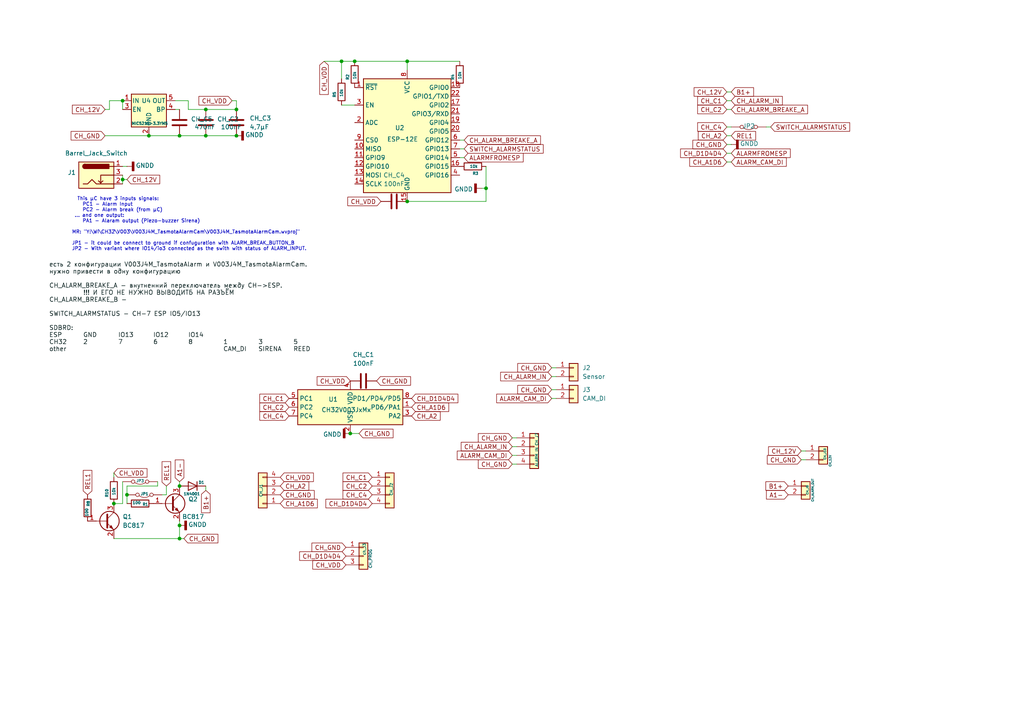
<source format=kicad_sch>
(kicad_sch (version 20250114) (generator "eeschema") (generator_version "9.0")
  (paper "A4")
  (lib_symbols
    (symbol "Connector:Barrel_Jack_Switch" (pin_names (hide yes))
      (property "Reference" "J" (at 0 5.334 0))
      (property "Value" "Barrel_Jack_Switch" (at 0 -5.08 0))
      (symbol "Barrel_Jack_Switch_0_1"
        (rectangle (start -5.08 3.81) (end 5.08 -3.81) (stroke (width 0.254)) (fill (type background)))
        (polyline (pts (xy -3.81 -2.54) (xy -2.54 -2.54) (xy -1.27 -1.27) (xy 0 -2.54) (xy 2.54 -2.54) (xy 5.08 -2.54)) (stroke (width 0.254)))
        (arc (start -3.302 1.905) (mid -3.9343 2.54) (end -3.302 3.175) (stroke (width 0.254)))
        (arc (start -3.302 1.905) (mid -3.9343 2.54) (end -3.302 3.175) (stroke (width 0.254)) (fill (type outline)))
        (polyline (pts (xy 1.27 -2.286) (xy 1.905 -1.651)) (stroke (width 0.254)))
        (rectangle (start 3.683 3.175) (end -3.302 1.905) (stroke (width 0.254)) (fill (type outline)))
        (polyline (pts (xy 5.08 2.54) (xy 3.81 2.54)) (stroke (width 0.254)))
        (polyline (pts (xy 5.08 0) (xy 1.27 0) (xy 1.27 -2.286) (xy 0.635 -1.651)) (stroke (width 0.254)))
      )
      (symbol "Barrel_Jack_Switch_1_1"
        (pin passive line (at 7.62 2.54 180) (length 2.54) (name "~") (number "1"))
        (pin passive line (at 7.62 0 180) (length 2.54) (name "~") (number "3"))
        (pin passive line (at 7.62 -2.54 180) (length 2.54) (name "~") (number "2"))
      )
    )
    (symbol "Connector_Generic:Conn_01x02" (pin_names (offset 1.016) (hide yes))
      (property "Reference" "J" (at 0 2.54 0))
      (property "Value" "Conn_01x02" (at 0 -5.08 0))
      (symbol "Conn_01x02_1_1"
        (rectangle (start -1.27 1.27) (end 1.27 -3.81) (stroke (width 0.254)) (fill (type background)))
        (rectangle (start -1.27 0.127) (end 0 -0.127) (stroke (width 0.1524)))
        (rectangle (start -1.27 -2.413) (end 0 -2.667) (stroke (width 0.1524)))
        (pin passive line (at -5.08 0 0) (length 3.81) (name "Pin_1") (number "1"))
        (pin passive line (at -5.08 -2.54 0) (length 3.81) (name "Pin_2") (number "2"))
      )
    )
    (symbol "Connector_Generic:Conn_01x03" (pin_names (offset 1.016) (hide yes))
      (property "Reference" "J" (at 0 5.08 0))
      (property "Value" "Conn_01x03" (at 0 -5.08 0))
      (symbol "Conn_01x03_1_1"
        (rectangle (start -1.27 3.81) (end 1.27 -3.81) (stroke (width 0.254)) (fill (type background)))
        (rectangle (start -1.27 2.667) (end 0 2.413) (stroke (width 0.1524)))
        (rectangle (start -1.27 0.127) (end 0 -0.127) (stroke (width 0.1524)))
        (rectangle (start -1.27 -2.413) (end 0 -2.667) (stroke (width 0.1524)))
        (pin passive line (at -5.08 2.54 0) (length 3.81) (name "Pin_1") (number "1"))
        (pin passive line (at -5.08 0 0) (length 3.81) (name "Pin_2") (number "2"))
        (pin passive line (at -5.08 -2.54 0) (length 3.81) (name "Pin_3") (number "3"))
      )
    )
    (symbol "Connector_Generic:Conn_01x04" (pin_names (offset 1.016) (hide yes))
      (property "Reference" "J" (at 0 5.08 0))
      (property "Value" "Conn_01x04" (at 0 -7.62 0))
      (symbol "Conn_01x04_1_1"
        (rectangle (start -1.27 3.81) (end 1.27 -6.35) (stroke (width 0.254)) (fill (type background)))
        (rectangle (start -1.27 2.667) (end 0 2.413) (stroke (width 0.1524)))
        (rectangle (start -1.27 0.127) (end 0 -0.127) (stroke (width 0.1524)))
        (rectangle (start -1.27 -2.413) (end 0 -2.667) (stroke (width 0.1524)))
        (rectangle (start -1.27 -4.953) (end 0 -5.207) (stroke (width 0.1524)))
        (pin passive line (at -5.08 2.54 0) (length 3.81) (name "Pin_1") (number "1"))
        (pin passive line (at -5.08 0 0) (length 3.81) (name "Pin_2") (number "2"))
        (pin passive line (at -5.08 -2.54 0) (length 3.81) (name "Pin_3") (number "3"))
        (pin passive line (at -5.08 -5.08 0) (length 3.81) (name "Pin_4") (number "4"))
      )
    )
    (symbol "Device:C" (pin_numbers (hide yes)) (pin_names (offset 0.254))
      (property "Reference" "C" (at 0.635 2.54 0))
      (property "Value" "C" (at 0.635 -2.54 0))
      (symbol "C_0_1"
        (polyline (pts (xy -2.032 0.762) (xy 2.032 0.762)) (stroke (width 0.508)))
        (polyline (pts (xy -2.032 -0.762) (xy 2.032 -0.762)) (stroke (width 0.508)))
      )
      (symbol "C_1_1"
        (pin passive line (at 0 3.81 270) (length 2.794) (name "~") (number "1"))
        (pin passive line (at 0 -3.81 90) (length 2.794) (name "~") (number "2"))
      )
    )
    (symbol "Device:R" (pin_numbers (hide yes)) (pin_names (offset 0))
      (property "Reference" "R" (at 2.032 0 90))
      (property "Value" "R" (at 0 0 90))
      (symbol "R_0_1"
        (rectangle (start -1.016 -2.54) (end 1.016 2.54) (stroke (width 0.254)))
      )
      (symbol "R_1_1"
        (pin passive line (at 0 3.81 270) (length 1.27) (name "~") (number "1"))
        (pin passive line (at 0 -3.81 90) (length 1.27) (name "~") (number "2"))
      )
    )
    (symbol "Diode:1N4001" (pin_numbers (hide yes)) (pin_names (hide yes))
      (property "Reference" "D" (at 0 2.54 0))
      (property "Value" "1N4001" (at 0 -2.54 0))
      (symbol "1N4001_0_1"
        (polyline (pts (xy -1.27 1.27) (xy -1.27 -1.27)) (stroke (width 0.254)))
        (polyline (pts (xy 1.27 1.27) (xy 1.27 -1.27) (xy -1.27 0) (xy 1.27 1.27)) (stroke (width 0.254)))
        (polyline (pts (xy 1.27 0) (xy -1.27 0)))
      )
      (symbol "1N4001_1_1"
        (pin passive line (at -3.81 0 0) (length 2.54) (name "K") (number "1"))
        (pin passive line (at 3.81 0 180) (length 2.54) (name "A") (number "2"))
      )
    )
    (symbol "Jumper:Jumper_2_Bridged" (pin_numbers (hide yes)) (pin_names (offset 0) (hide yes))
      (property "Reference" "JP" (at 0 1.905 0))
      (property "Value" "Jumper_2_Bridged" (at 0 -2.54 0))
      (symbol "Jumper_2_Bridged_0_0"
        (circle (center -2.032 0) (radius 0.508))
        (circle (center 2.032 0) (radius 0.508))
      )
      (symbol "Jumper_2_Bridged_0_1"
        (arc (start -1.524 0.254) (mid 0 0.762) (end 1.524 0.254))
      )
      (symbol "Jumper_2_Bridged_1_1"
        (pin passive line (at -5.08 0 0) (length 2.54) (name "A") (number "1"))
        (pin passive line (at 5.08 0 180) (length 2.54) (name "B") (number "2"))
      )
    )
    (symbol "MCU_WCH_CH32V0:CH32V003JxMx"
      (property "Reference" "U" (at -15.24 7.62 0))
      (property "Value" "CH32V003JxMx" (at 15.24 7.62 0))
      (symbol "CH32V003JxMx_1_1"
        (rectangle (start -15.24 5.08) (end 15.24 -5.08) (stroke (width 0.254)) (fill (type background)))
        (pin bidirectional line (at -17.78 2.54 0) (length 2.54) (name "PC1") (number "5"))
        (pin bidirectional line (at -17.78 0 0) (length 2.54) (name "PC2") (number "6"))
        (pin bidirectional line (at -17.78 -2.54 0) (length 2.54) (name "PC4") (number "7"))
        (pin power_in line (at 0 7.62 270) (length 2.54) (name "VDD") (number "4"))
        (pin power_in line (at 0 -7.62 90) (length 2.54) (name "VSS") (number "2"))
        (pin bidirectional line (at 17.78 2.54 180) (length 2.54) (name "PD1/PD4/PD5") (number "8"))
        (pin bidirectional line (at 17.78 0 180) (length 2.54) (name "PD6/PA1") (number "1"))
        (pin bidirectional line (at 17.78 -2.54 180) (length 2.54) (name "PA2") (number "3"))
      )
    )
    (symbol "RF_Module:ESP-12E"
      (property "Reference" "U" (at -12.7 19.05 0))
      (property "Value" "ESP-12E" (at 12.7 19.05 0))
      (symbol "ESP-12E_0_1"
        (rectangle (start -12.7 17.78) (end 12.7 -15.24) (stroke (width 0.254)) (fill (type background)))
      )
      (symbol "ESP-12E_1_1"
        (pin input line (at -15.24 15.24 0) (length 2.54) (name "~{RST}") (number "1"))
        (pin input line (at -15.24 10.16 0) (length 2.54) (name "EN") (number "3"))
        (pin input line (at -15.24 5.08 0) (length 2.54) (name "ADC") (number "2"))
        (pin input line (at -15.24 0 0) (length 2.54) (name "CS0") (number "9"))
        (pin bidirectional line (at -15.24 -2.54 0) (length 2.54) (name "MISO") (number "10"))
        (pin bidirectional line (at -15.24 -5.08 0) (length 2.54) (name "GPIO9") (number "11"))
        (pin bidirectional line (at -15.24 -7.62 0) (length 2.54) (name "GPIO10") (number "12"))
        (pin bidirectional line (at -15.24 -10.16 0) (length 2.54) (name "MOSI") (number "13"))
        (pin bidirectional line (at -15.24 -12.7 0) (length 2.54) (name "SCLK") (number "14"))
        (pin power_in line (at 0 20.32 270) (length 2.54) (name "VCC") (number "8"))
        (pin power_in line (at 0 -17.78 90) (length 2.54) (name "GND") (number "15"))
        (pin bidirectional line (at 15.24 15.24 180) (length 2.54) (name "GPIO0") (number "18"))
        (pin bidirectional line (at 15.24 12.7 180) (length 2.54) (name "GPIO1/TXD") (number "22"))
        (pin bidirectional line (at 15.24 10.16 180) (length 2.54) (name "GPIO2") (number "17"))
        (pin bidirectional line (at 15.24 7.62 180) (length 2.54) (name "GPIO3/RXD") (number "21"))
        (pin bidirectional line (at 15.24 5.08 180) (length 2.54) (name "GPIO4") (number "19"))
        (pin bidirectional line (at 15.24 2.54 180) (length 2.54) (name "GPIO5") (number "20"))
        (pin bidirectional line (at 15.24 0 180) (length 2.54) (name "GPIO12") (number "6"))
        (pin bidirectional line (at 15.24 -2.54 180) (length 2.54) (name "GPIO13") (number "7"))
        (pin bidirectional line (at 15.24 -5.08 180) (length 2.54) (name "GPIO14") (number "5"))
        (pin bidirectional line (at 15.24 -7.62 180) (length 2.54) (name "GPIO15") (number "16"))
        (pin bidirectional line (at 15.24 -10.16 180) (length 2.54) (name "GPIO16") (number "4"))
      )
    )
    (symbol "Regulator_Linear:MIC5219-3.3YM5" (pin_names (offset 0.254))
      (property "Reference" "U" (at -3.81 5.715 0))
      (property "Value" "MIC5219-3.3YM5" (at 0 5.715 0))
      (symbol "MIC5219-3.3YM5_0_1"
        (rectangle (start -5.08 4.445) (end 5.08 -5.08) (stroke (width 0.254)) (fill (type background)))
      )
      (symbol "MIC5219-3.3YM5_1_1"
        (pin power_in line (at -7.62 2.54 0) (length 2.54) (name "IN") (number "1"))
        (pin input line (at -7.62 0 0) (length 2.54) (name "EN") (number "3"))
        (pin power_in line (at 0 -7.62 90) (length 2.54) (name "GND") (number "2"))
        (pin power_out line (at 7.62 2.54 180) (length 2.54) (name "OUT") (number "5"))
        (pin input line (at 7.62 0 180) (length 2.54) (name "BP") (number "4"))
      )
    )
    (symbol "Transistor_BJT:BC846" (pin_names (offset 0) (hide yes))
      (property "Reference" "Q" (at 5.08 1.905 0))
      (property "Value" "BC846" (at 5.08 0 0))
      (symbol "BC846_0_1"
        (polyline (pts (xy -2.54 0) (xy 0.635 0)))
        (polyline (pts (xy 0.635 1.905) (xy 0.635 -1.905)) (stroke (width 0.508)))
        (circle (center 1.27 0) (radius 2.8194) (stroke (width 0.254)))
      )
      (symbol "BC846_1_1"
        (polyline (pts (xy 0.635 0.635) (xy 2.54 2.54)))
        (polyline (pts (xy 0.635 -0.635) (xy 2.54 -2.54)))
        (polyline (pts (xy 1.27 -1.778) (xy 1.778 -1.27) (xy 2.286 -2.286) (xy 1.27 -1.778)) (fill (type outline)))
        (pin input line (at -5.08 0 0) (length 2.54) (name "B") (number "1"))
        (pin passive line (at 2.54 5.08 270) (length 2.54) (name "C") (number "3"))
        (pin passive line (at 2.54 -5.08 90) (length 2.54) (name "E") (number "2"))
      )
    )
    (symbol "power:GNDD" (power) (pin_numbers (hide yes)) (pin_names (offset 0) (hide yes))
      (property "Value" "GNDD" (at 0 -3.175 0))
      (symbol "GNDD_0_1"
        (rectangle (start -1.27 -1.524) (end 1.27 -2.032) (stroke (width 0.254)) (fill (type outline)))
        (polyline (pts (xy 0 0) (xy 0 -1.524)))
      )
      (symbol "GNDD_1_1"
        (pin power_in line (at 0 0 270) (length 0) (name "~") (number "1"))
      )
    )
  )
  (text "  This µC have 3 inputs signals:\n    PC1 - Alarm Input\n    PC2 - Alarm break (from µC)\n ... and one output: \n    PA1 - Alaram output (Piezo-buzzer Sirena)\n\nMR: \"Y:\\WI\\CH32\\V003\\V003J4M_TasmotaAlarmCam\\V003J4M_TasmotaAlarmCam.wvproj\"\n\nJP1 - it could be connect to ground if confuguration with ALARM_BREAK_BUTTON_B\nJP2 - With variant where IO14/io3 connected as the swith with status of ALARM_INPUT.\n" (at 20.828 65.024 0) (effects (font (size 1 1)) (justify left)))
  (text "есть 2 конфигурации V003J4M_TasmotaAlarm и V003J4M_TasmotaAlarmCam.\nнужно привести в одну конфигурацию\n\nCH_ALARM_BREAKE_A - внутненний переключатель между CH->ESP. \n		!!! И ЕГО НЕ НУЖНО ВЫВОДИТБ НА РАЗЪЁМ\nCH_ALARM_BREAKE_B - \n\nSWITCH_ALARMSTATUS - CH-7 ESP IO5/IO13\n\nSDBRD:\nESP		GND		IO13	IO12	IO14\nCH32	2		7		6		8		1		3		5\nother									CAM_DI	SIRENA	REED\n" (at 14.224 89.154 0) (effects (font (size 1.27 1.27)) (justify left)))
  (junction (at 52.07 140.97))
  (junction (at 52.07 152.4))
  (junction (at 43.18 39.37))
  (junction (at 33.02 146.05))
  (junction (at 68.58 31.75))
  (junction (at 102.87 17.78))
  (junction (at 118.11 17.78))
  (junction (at 52.07 39.37))
  (junction (at 52.07 156.21))
  (junction (at 36.83 143.51))
  (junction (at 140.97 54.61))
  (junction (at 59.69 39.37))
  (junction (at 68.58 39.37))
  (junction (at 99.06 17.78))
  (junction (at 118.11 58.42))
  (junction (at 35.56 52.07))
  (junction (at 35.56 29.21))
  (junction (at 59.69 31.75))
  (junction (at 101.6 125.73))
  (wire (pts (xy 148.59 134.62) (xy 149.86 134.62)))
  (wire (pts (xy 160.02 113.03) (xy 161.29 113.03)))
  (wire (pts (xy 36.83 143.51) (xy 36.83 146.05)))
  (wire (pts (xy 54.61 31.75) (xy 59.69 31.75)))
  (wire (pts (xy 232.41 130.81) (xy 233.68 130.81)))
  (wire (pts (xy 140.97 48.26) (xy 140.97 54.61)))
  (wire (pts (xy 210.82 26.67) (xy 212.09 26.67)))
  (wire (pts (xy 35.56 50.8) (xy 35.56 52.07)))
  (wire (pts (xy 99.06 17.78) (xy 99.06 22.86)))
  (wire (pts (xy 139.7 54.61) (xy 140.97 54.61)))
  (wire (pts (xy 59.69 142.24) (xy 59.69 140.97)))
  (wire (pts (xy 118.11 17.78) (xy 133.35 17.78)))
  (wire (pts (xy 148.59 127) (xy 149.86 127)))
  (wire (pts (xy 160.02 115.57) (xy 161.29 115.57)))
  (wire (pts (xy 160.02 106.68) (xy 161.29 106.68)))
  (wire (pts (xy 30.48 31.75) (xy 31.75 31.75)))
  (wire (pts (xy 52.07 139.7) (xy 52.07 140.97)))
  (wire (pts (xy 118.11 17.78) (xy 118.11 20.32)))
  (wire (pts (xy 52.07 156.21) (xy 53.34 156.21)))
  (wire (pts (xy 104.14 125.73) (xy 101.6 125.73)))
  (wire (pts (xy 46.99 143.51) (xy 48.26 143.51)))
  (wire (pts (xy 33.02 137.16) (xy 33.02 138.43)))
  (wire (pts (xy 35.56 146.05) (xy 33.02 146.05)))
  (wire (pts (xy 50.8 31.75) (xy 52.07 31.75)))
  (wire (pts (xy 232.41 133.35) (xy 233.68 133.35)))
  (wire (pts (xy 35.56 48.26) (xy 36.83 48.26)))
  (wire (pts (xy 31.75 31.75) (xy 31.75 29.21)))
  (wire (pts (xy 48.26 143.51) (xy 48.26 140.97)))
  (wire (pts (xy 210.82 46.99) (xy 212.09 46.99)))
  (wire (pts (xy 52.07 152.4) (xy 52.07 151.13)))
  (wire (pts (xy 210.82 41.91) (xy 212.09 41.91)))
  (wire (pts (xy 67.31 29.21) (xy 68.58 29.21)))
  (wire (pts (xy 140.97 54.61) (xy 140.97 58.42)))
  (wire (pts (xy 210.82 29.21) (xy 212.09 29.21)))
  (wire (pts (xy 52.07 39.37) (xy 59.69 39.37)))
  (wire (pts (xy 54.61 29.21) (xy 54.61 31.75)))
  (wire (pts (xy 43.18 39.37) (xy 52.07 39.37)))
  (wire (pts (xy 30.48 39.37) (xy 43.18 39.37)))
  (wire (pts (xy 160.02 109.22) (xy 161.29 109.22)))
  (wire (pts (xy 45.72 140.97) (xy 36.83 140.97)))
  (wire (pts (xy 148.59 129.54) (xy 149.86 129.54)))
  (wire (pts (xy 35.56 52.07) (xy 35.56 53.34)))
  (wire (pts (xy 102.87 17.78) (xy 118.11 17.78)))
  (wire (pts (xy 133.35 43.18) (xy 134.62 43.18)))
  (wire (pts (xy 93.98 17.78) (xy 99.06 17.78)))
  (wire (pts (xy 36.83 140.97) (xy 36.83 143.51)))
  (wire (pts (xy 31.75 29.21) (xy 35.56 29.21)))
  (wire (pts (xy 35.56 29.21) (xy 35.56 31.75)))
  (wire (pts (xy 35.56 52.07) (xy 36.83 52.07)))
  (wire (pts (xy 52.07 156.21) (xy 52.07 152.4)))
  (wire (pts (xy 99.06 17.78) (xy 102.87 17.78)))
  (wire (pts (xy 210.82 36.83) (xy 212.09 36.83)))
  (wire (pts (xy 133.35 40.64) (xy 134.62 40.64)))
  (wire (pts (xy 59.69 39.37) (xy 68.58 39.37)))
  (wire (pts (xy 59.69 31.75) (xy 68.58 31.75)))
  (wire (pts (xy 45.72 139.7) (xy 45.72 140.97)))
  (wire (pts (xy 133.35 45.72) (xy 134.62 45.72)))
  (wire (pts (xy 210.82 44.45) (xy 212.09 44.45)))
  (wire (pts (xy 68.58 29.21) (xy 68.58 31.75)))
  (wire (pts (xy 140.97 58.42) (xy 118.11 58.42)))
  (wire (pts (xy 99.06 30.48) (xy 102.87 30.48)))
  (wire (pts (xy 222.25 36.83) (xy 223.52 36.83)))
  (wire (pts (xy 33.02 156.21) (xy 52.07 156.21)))
  (wire (pts (xy 210.82 39.37) (xy 212.09 39.37)))
  (wire (pts (xy 35.56 139.7) (xy 35.56 146.05)))
  (wire (pts (xy 210.82 31.75) (xy 212.09 31.75)))
  (wire (pts (xy 148.59 132.08) (xy 149.86 132.08)))
  (wire (pts (xy 50.8 29.21) (xy 54.61 29.21)))
  (global_label "CH_C4" (shape input) (at 83.82 120.65 180) (property "Intersheetrefs" "${INTERSHEET_REFS}" (effects (hide yes))))
  (global_label "CH_GND" (shape input) (at 160.02 113.03 180) (property "Intersheetrefs" "${INTERSHEET_REFS}" (effects (hide yes))))
  (global_label "CH_ALARM_BREAKE_A" (shape input) (at 134.62 40.64 0) (property "Intersheetrefs" "${INTERSHEET_REFS}" (effects (hide yes))))
  (global_label "ALARM_CAM_DI" (shape input) (at 212.09 46.99 0) (property "Intersheetrefs" "${INTERSHEET_REFS}" (effects (hide yes))))
  (global_label "CH_VDD" (shape input) (at 93.98 17.78 270) (property "Intersheetrefs" "${INTERSHEET_REFS}" (effects (hide yes))))
  (global_label "REL1" (shape input) (at 25.4 143.51 90) (property "Intersheetrefs" "${INTERSHEET_REFS}" (effects (hide yes))))
  (global_label "CH_A2" (shape input) (at 119.38 120.65 0) (property "Intersheetrefs" "${INTERSHEET_REFS}" (effects (hide yes))))
  (global_label "CH_GND" (shape input) (at 100.33 158.75 180) (property "Intersheetrefs" "${INTERSHEET_REFS}" (effects (hide yes))))
  (global_label "CH_VDD" (shape input) (at 110.49 58.42 180) (property "Intersheetrefs" "${INTERSHEET_REFS}" (effects (hide yes))))
  (global_label "A1-" (shape input) (at 228.6 143.51 180) (property "Intersheetrefs" "${INTERSHEET_REFS}" (effects (hide yes))))
  (global_label "CH_C1" (shape input) (at 210.82 29.21 180) (property "Intersheetrefs" "${INTERSHEET_REFS}" (effects (hide yes))))
  (global_label "CH_C4" (shape input) (at 107.95 143.51 180) (property "Intersheetrefs" "${INTERSHEET_REFS}" (effects (hide yes))))
  (global_label "CH_ALARM_IN" (shape input) (at 212.09 29.21 0) (property "Intersheetrefs" "${INTERSHEET_REFS}" (effects (hide yes))))
  (global_label "CH_C1" (shape input) (at 107.95 138.43 180) (property "Intersheetrefs" "${INTERSHEET_REFS}" (effects (hide yes))))
  (global_label "CH_GND" (shape input) (at 148.59 127 180) (property "Intersheetrefs" "${INTERSHEET_REFS}" (effects (hide yes))))
  (global_label "CH_C2" (shape input) (at 83.82 118.11 180) (property "Intersheetrefs" "${INTERSHEET_REFS}" (effects (hide yes))))
  (global_label "CH_12V" (shape input) (at 36.83 52.07 0) (property "Intersheetrefs" "${INTERSHEET_REFS}" (effects (hide yes))))
  (global_label "CH_ALARM_IN" (shape input) (at 160.02 109.22 180) (property "Intersheetrefs" "${INTERSHEET_REFS}" (effects (hide yes))))
  (global_label "CH_GND" (shape input) (at 160.02 106.68 180) (property "Intersheetrefs" "${INTERSHEET_REFS}" (effects (hide yes))))
  (global_label "CH_A1D6" (shape input) (at 81.28 146.05 0) (property "Intersheetrefs" "${INTERSHEET_REFS}" (effects (hide yes))))
  (global_label "CH_A1D6" (shape input) (at 210.82 46.99 180) (property "Intersheetrefs" "${INTERSHEET_REFS}" (effects (hide yes))))
  (global_label "CH_C2" (shape input) (at 107.95 140.97 180) (property "Intersheetrefs" "${INTERSHEET_REFS}" (effects (hide yes))))
  (global_label "CH_GND" (shape input) (at 53.34 156.21 0) (property "Intersheetrefs" "${INTERSHEET_REFS}" (effects (hide yes))))
  (global_label "SWITCH_ALARMSTATUS" (shape input) (at 134.62 43.18 0) (property "Intersheetrefs" "${INTERSHEET_REFS}" (effects (hide yes))))
  (global_label "ALARM_CAM_DI" (shape input) (at 160.02 115.57 180) (property "Intersheetrefs" "${INTERSHEET_REFS}" (effects (hide yes))))
  (global_label "CH_C2" (shape input) (at 210.82 31.75 180) (property "Intersheetrefs" "${INTERSHEET_REFS}" (effects (hide yes))))
  (global_label "CH_D1D4D4" (shape input) (at 100.33 161.29 180) (property "Intersheetrefs" "${INTERSHEET_REFS}" (effects (hide yes))))
  (global_label "CH_GND" (shape input) (at 210.82 41.91 180) (property "Intersheetrefs" "${INTERSHEET_REFS}" (effects (hide yes))))
  (global_label "CH_ALARM_BREAKE_A" (shape input) (at 212.09 31.75 0) (property "Intersheetrefs" "${INTERSHEET_REFS}" (effects (hide yes))))
  (global_label "B1+" (shape input) (at 228.6 140.97 180) (property "Intersheetrefs" "${INTERSHEET_REFS}" (effects (hide yes))))
  (global_label "CH_D1D4D4" (shape input) (at 119.38 115.57 0) (property "Intersheetrefs" "${INTERSHEET_REFS}" (effects (hide yes))))
  (global_label "CH_GND" (shape input) (at 30.48 39.37 180) (property "Intersheetrefs" "${INTERSHEET_REFS}" (effects (hide yes))))
  (global_label "CH_VDD" (shape input) (at 100.33 163.83 180) (property "Intersheetrefs" "${INTERSHEET_REFS}" (effects (hide yes))))
  (global_label "B1+" (shape input) (at 212.09 26.67 0) (property "Intersheetrefs" "${INTERSHEET_REFS}" (effects (hide yes))))
  (global_label "CH_GND" (shape input) (at 109.22 110.49 0) (property "Intersheetrefs" "${INTERSHEET_REFS}" (effects (hide yes))))
  (global_label "CH_A2" (shape input) (at 210.82 39.37 180) (property "Intersheetrefs" "${INTERSHEET_REFS}" (effects (hide yes))))
  (global_label "CH_C1" (shape input) (at 83.82 115.57 180) (property "Intersheetrefs" "${INTERSHEET_REFS}" (effects (hide yes))))
  (global_label "A1-" (shape input) (at 52.07 139.7 90) (property "Intersheetrefs" "${INTERSHEET_REFS}" (effects (hide yes))))
  (global_label "CH_A1D6" (shape input) (at 119.38 118.11 0) (property "Intersheetrefs" "${INTERSHEET_REFS}" (effects (hide yes))))
  (global_label "CH_VDD" (shape input) (at 33.02 137.16 0) (property "Intersheetrefs" "${INTERSHEET_REFS}" (effects (hide yes))))
  (global_label "CH_D1D4D4" (shape input) (at 210.82 44.45 180) (property "Intersheetrefs" "${INTERSHEET_REFS}" (effects (hide yes))))
  (global_label "CH_12V" (shape input) (at 30.48 31.75 180) (property "Intersheetrefs" "${INTERSHEET_REFS}" (effects (hide yes))))
  (global_label "CH_GND" (shape input) (at 232.41 133.35 180) (property "Intersheetrefs" "${INTERSHEET_REFS}" (effects (hide yes))))
  (global_label "CH_VDD" (shape input) (at 67.31 29.21 180) (property "Intersheetrefs" "${INTERSHEET_REFS}" (effects (hide yes))))
  (global_label "CH_A2" (shape input) (at 81.28 140.97 0) (property "Intersheetrefs" "${INTERSHEET_REFS}" (effects (hide yes))))
  (global_label "REL1" (shape input) (at 212.09 39.37 0) (property "Intersheetrefs" "${INTERSHEET_REFS}" (effects (hide yes))))
  (global_label "CH_12V" (shape input) (at 210.82 26.67 180) (property "Intersheetrefs" "${INTERSHEET_REFS}" (effects (hide yes))))
  (global_label "SWITCH_ALARMSTATUS" (shape input) (at 223.52 36.83 0) (property "Intersheetrefs" "${INTERSHEET_REFS}" (effects (hide yes))))
  (global_label "ALARMFROMESP" (shape input) (at 212.09 44.45 0) (property "Intersheetrefs" "${INTERSHEET_REFS}" (effects (hide yes))))
  (global_label "CH_GND" (shape input) (at 104.14 125.73 0) (property "Intersheetrefs" "${INTERSHEET_REFS}" (effects (hide yes))))
  (global_label "CH_VDD" (shape input) (at 81.28 138.43 0) (property "Intersheetrefs" "${INTERSHEET_REFS}" (effects (hide yes))))
  (global_label "REL1" (shape input) (at 48.26 140.97 90) (property "Intersheetrefs" "${INTERSHEET_REFS}" (effects (hide yes))))
  (global_label "CH_GND" (shape input) (at 148.59 134.62 180) (property "Intersheetrefs" "${INTERSHEET_REFS}" (effects (hide yes))))
  (global_label "ALARM_CAM_DI" (shape input) (at 148.59 132.08 180) (property "Intersheetrefs" "${INTERSHEET_REFS}" (effects (hide yes))))
  (global_label "B1+" (shape input) (at 59.69 142.24 270) (property "Intersheetrefs" "${INTERSHEET_REFS}" (effects (hide yes))))
  (global_label "CH_GND" (shape input) (at 81.28 143.51 0) (property "Intersheetrefs" "${INTERSHEET_REFS}" (effects (hide yes))))
  (global_label "CH_C4" (shape input) (at 210.82 36.83 180) (property "Intersheetrefs" "${INTERSHEET_REFS}" (effects (hide yes))))
  (global_label "CH_VDD" (shape input) (at 101.6 110.49 180) (property "Intersheetrefs" "${INTERSHEET_REFS}" (effects (hide yes))))
  (global_label "CH_ALARM_IN" (shape input) (at 148.59 129.54 180) (property "Intersheetrefs" "${INTERSHEET_REFS}" (effects (hide yes))))
  (global_label "ALARMFROMESP" (shape input) (at 134.62 45.72 0) (property "Intersheetrefs" "${INTERSHEET_REFS}" (effects (hide yes))))
  (global_label "CH_D1D4D4" (shape input) (at 107.95 146.05 180) (property "Intersheetrefs" "${INTERSHEET_REFS}" (effects (hide yes))))
  (global_label "CH_12V" (shape input) (at 232.41 130.81 180) (property "Intersheetrefs" "${INTERSHEET_REFS}" (effects (hide yes))))
  (symbol (lib_id "Device:R") (at 25.4 147.32 180) (unit 1)
    (property "Reference" "R8" (at 25.654 146.05 90) (effects (font (size 0.8 0.8))))
    (property "Value" "100" (at 25.146 148.59 90) (effects (font (size 0.8 0.8))))
    (property "Footprint" "Resistor_SMD:R_0805_2012Metric_Pad1.20x1.40mm_HandSolder" (effects (hide yes)))
  )
  (symbol (lib_id "Device:C") (at 114.3 58.42 90) (unit 1)
    (property "Reference" "CH_C4" (at 114.3 50.8 90))
    (property "Value" "100nF" (at 114.3 53.34 90))
    (property "Footprint" "Capacitor_SMD:C_0805_2012Metric" (effects (hide yes)))
    (property "Description" "Unpolarized capacitor" (effects (hide yes)))
  )
  (symbol (lib_id "power:GNDD") (at 212.09 41.91 90) (unit 1)
    (property "Reference" "#PWR02" (effects (hide yes)))
    (property "Value" "GNDD" (at 214.63 41.656 90) (effects (justify right)))
    (property "Description" "Power symbol creates a global label with name \"GNDD\" , digital ground" (effects (hide yes)))
  )
  (symbol (lib_id "Connector:Barrel_Jack_Switch") (at 27.94 50.8 0) (unit 1)
    (property "Reference" "J1" (at 20.828 50.038 0))
    (property "Value" "Barrel_Jack_Switch" (at 27.94 44.45 0))
    (property "Footprint" "Connector_BarrelJack:BarrelJack_Horizontal" (effects (hide yes)))
    (property "Description" "DC Barrel Jack with an internal switch" (effects (hide yes)))
  )
  (symbol (lib_id "Device:C") (at 105.41 110.49 90) (unit 1)
    (property "Reference" "CH_C1" (at 105.41 102.87 90))
    (property "Value" "100nF" (at 105.41 105.41 90))
    (property "Footprint" "Capacitor_SMD:C_0805_2012Metric" (effects (hide yes)))
    (property "Description" "Unpolarized capacitor" (effects (hide yes)))
  )
  (symbol (lib_id "Connector_Generic:Conn_01x02") (at 233.68 140.97 0) (unit 1)
    (property "Reference" "CH_J8" (at 234.188 143.51 90) (effects (font (size 0.6 0.6)) (justify left)))
    (property "Value" "CH_ALARM_OUT" (at 235.712 145.542 90) (effects (font (size 0.6 0.6)) (justify left)))
    (property "Footprint" "Connector_JST:JST_EH_B2B-EH-A_1x02_P2.50mm_Vertical" (effects (hide yes)))
  )
  (symbol (lib_id "Device:R") (at 137.16 48.26 270) (unit 1)
    (property "Reference" "R3" (at 137.922 50.292 90) (effects (font (size 0.8 0.8))))
    (property "Value" "10k" (at 137.414 48.26 90) (effects (font (size 0.8 0.8))))
    (property "Footprint" "Resistor_SMD:R_0805_2012Metric_Pad1.20x1.40mm_HandSolder" (effects (hide yes)))
    (property "Description" "Resistor" (effects (hide yes)))
  )
  (symbol (lib_id "Device:C") (at 68.58 35.56 180) (unit 1)
    (property "Reference" "CH_C3" (at 72.39 34.2899 0) (effects (justify right)))
    (property "Value" "4,7µF" (at 72.39 36.8299 0) (effects (justify right)))
    (property "Footprint" "Capacitor_SMD:C_1206_3216Metric_Pad1.33x1.80mm_HandSolder" (effects (hide yes)))
    (property "Description" "Unpolarized capacitor" (effects (hide yes)))
  )
  (symbol (lib_id "MCU_WCH_CH32V0:CH32V003JxMx") (at 101.6 118.11 0) (unit 1)
    (property "Reference" "U1" (at 95.25 115.824 0) (effects (justify left)))
    (property "Value" "CH32V003JxMx" (at 93.218 118.872 0) (effects (justify left)))
    (property "Footprint" "Package_SO:JEITA_SOIC-8_3.9x4.9mm_P1.27mm" (effects (hide yes)))
    (property "Datasheet" "https://www.wch-ic.com/products/CH32V003.html" (effects (hide yes)))
    (property "Description" "CH32V003 series are industrial-grade general-purpose microcontrollers designed based on 32-bit RISC-V instruction set and architecture. It adopts QingKe V2A core, RV32EC instruction set, and supports 2 levels of interrupt nesting. The series are mounted with rich peripheral interfaces and function modules. Its internal organizational structure meets the low-cost and low-power embedded application scenarios. JEITA SOIC-8 (SOP-8)" (effects (hide yes)))
  )
  (symbol (lib_id "Connector_Generic:Conn_01x02") (at 166.37 106.68 0) (unit 1)
    (property "Reference" "J2" (at 168.91 106.6799 0) (effects (justify left)))
    (property "Value" "Sensor" (at 168.91 109.2199 0) (effects (justify left)))
    (property "Footprint" "Connector_PinHeader_2.54mm:PinHeader_1x02_P2.54mm_Horizontal" (effects (hide yes)))
  )
  (symbol (lib_id "Connector_Generic:Conn_01x02") (at 166.37 113.03 0) (unit 1)
    (property "Reference" "J3" (at 168.91 113.0299 0) (effects (justify left)))
    (property "Value" "CAM_DI" (at 168.91 115.5699 0) (effects (justify left)))
    (property "Footprint" "Connector_PinHeader_2.54mm:PinHeader_1x02_P2.54mm_Horizontal" (effects (hide yes)))
  )
  (symbol (lib_id "Diode:1N4001") (at 55.88 140.97 180) (unit 1)
    (property "Reference" "D1" (at 58.42 139.954 0) (effects (font (size 0.8 0.8))))
    (property "Value" "1N4001" (at 55.626 143.256 0) (effects (font (size 0.8 0.8))))
    (property "Footprint" "Diode_THT:D_DO-41_SOD81_P2.54mm_Vertical_KathodeUp" (effects (hide yes)))
    (property "Datasheet" "http://www.vishay.com/docs/88503/1n4001.pdf" (effects (hide yes)))
    (property "Description" "50V 1A General Purpose Rectifier Diode, DO-41" (effects (hide yes)))
    (property "Sim.Device" "D" (effects (hide yes)))
    (property "Sim.Pins" "1=K 2=A" (effects (hide yes)))
  )
  (symbol (lib_id "Device:C") (at 52.07 35.56 180) (unit 1)
    (property "Reference" "CH_C5" (at 55.372 34.544 0) (effects (justify right)))
    (property "Value" "470nF" (at 56.388 36.83 0) (effects (justify right)))
    (property "Footprint" "Capacitor_SMD:C_0805_2012Metric" (effects (hide yes)))
    (property "Description" "Unpolarized capacitor" (effects (hide yes)))
  )
  (symbol (lib_id "Device:R") (at 133.35 21.59 180) (unit 1)
    (property "Reference" "R4" (at 131.318 22.352 90) (effects (font (size 0.8 0.8))))
    (property "Value" "10k" (at 133.35 21.844 90) (effects (font (size 0.8 0.8))))
    (property "Footprint" "Resistor_SMD:R_0805_2012Metric_Pad1.20x1.40mm_HandSolder" (effects (hide yes)))
    (property "Description" "Resistor" (effects (hide yes)))
  )
  (symbol (lib_id "Transistor_BJT:BC846") (at 49.53 146.05 0) (unit 1)
    (property "Reference" "Q2" (at 54.61 144.7799 0) (effects (justify left)))
    (property "Value" "BC817" (at 52.832 149.86 0) (effects (justify left)))
    (property "Footprint" "Package_TO_SOT_SMD:SOT-23" (effects (hide yes)))
    (property "Datasheet" "https://assets.nexperia.com/documents/data-sheet/BC846_SER.pdf" (effects (hide yes)))
    (property "Description" "0.1A Ic, 65V Vce, NPN Transistor, SOT-23" (effects (hide yes)))
  )
  (symbol (lib_id "power:GNDD") (at 139.7 54.61 270) (unit 1)
    (property "Reference" "#PWR05" (effects (hide yes)))
    (property "Value" "GNDD" (at 137.16 54.864 90) (effects (justify right)))
    (property "Description" "Power symbol creates a global label with name \"GNDD\" , digital ground" (effects (hide yes)))
  )
  (symbol (lib_id "Device:R") (at 40.64 146.05 270) (unit 1)
    (property "Reference" "R1" (at 42.164 146.304 90) (effects (font (size 0.8 0.8))))
    (property "Value" "100" (at 39.624 145.796 90) (effects (font (size 0.8 0.8))))
    (property "Footprint" "Resistor_SMD:R_0805_2012Metric_Pad1.20x1.40mm_HandSolder" (effects (hide yes)))
  )
  (symbol (lib_id "Connector_Generic:Conn_01x02") (at 238.76 130.81 0) (unit 1)
    (property "Reference" "CH_J10" (at 239.268 133.35 90) (effects (font (size 0.6 0.6)) (justify left)))
    (property "Value" "CH_12V" (at 240.792 135.382 90) (effects (font (size 0.6 0.6)) (justify left)))
    (property "Footprint" "Connector_JST:JST_EH_B2B-EH-A_1x02_P2.50mm_Vertical" (effects (hide yes)))
  )
  (symbol (lib_id "Regulator_Linear:MIC5219-3.3YM5") (at 43.18 31.75 0) (unit 1)
    (property "Reference" "U4" (at 42.418 29.21 0))
    (property "Value" "MIC5219-3.3YM5" (at 43.434 35.814 0) (effects (font (size 0.8 0.8))))
    (property "Footprint" "Package_TO_SOT_SMD:SOT-23-5" (effects (hide yes)))
    (property "Datasheet" "http://ww1.microchip.com/downloads/en/DeviceDoc/MIC5219-500mA-Peak-Output-LDO-Regulator-DS20006021A.pdf" (effects (hide yes)))
    (property "Description" "500mA low dropout linear regulator, fixed 3.3V output, SOT-23-5" (effects (hide yes)))
  )
  (symbol (lib_id "Device:R") (at 99.06 26.67 180) (unit 1)
    (property "Reference" "R5" (at 97.028 27.432 90) (effects (font (size 0.8 0.8))))
    (property "Value" "10k" (at 99.06 26.924 90) (effects (font (size 0.8 0.8))))
    (property "Footprint" "Resistor_SMD:R_0805_2012Metric_Pad1.20x1.40mm_HandSolder" (effects (hide yes)))
    (property "Description" "Resistor" (effects (hide yes)))
  )
  (symbol (lib_id "Connector_Generic:Conn_01x04") (at 76.2 143.51 180) (unit 1)
    (property "Reference" "CH_J1" (at 75.692 142.24 90) (effects (font (size 0.8 0.8))))
    (property "Value" "Conn_01x04" (effects (hide yes)))
    (property "Footprint" "Connector_PinHeader_2.54mm:PinHeader_1x04_P2.54mm_Vertical" (effects (hide yes)))
    (property "Description" "Generic connector, single row, 01x04, script generated (kicad-library-utils/schlib/autogen/connector/)" (effects (hide yes)))
  )
  (symbol (lib_id "Device:C") (at 59.69 35.56 180) (unit 1)
    (property "Reference" "CH_C2" (at 62.992 34.544 0) (effects (justify right)))
    (property "Value" "100nF" (at 64.008 36.83 0) (effects (justify right)))
    (property "Footprint" "Capacitor_SMD:C_0805_2012Metric" (effects (hide yes)))
    (property "Description" "Unpolarized capacitor" (effects (hide yes)))
  )
  (symbol (lib_id "Device:R") (at 33.02 142.24 180) (unit 1)
    (property "Reference" "R10" (at 30.988 143.002 90) (effects (font (size 0.8 0.8))))
    (property "Value" "10k" (at 33.02 142.494 90) (effects (font (size 0.8 0.8))))
    (property "Footprint" "Resistor_SMD:R_0805_2012Metric_Pad1.20x1.40mm_HandSolder" (effects (hide yes)))
    (property "Description" "Resistor" (effects (hide yes)))
  )
  (symbol (lib_id "power:GNDD") (at 68.58 39.37 90) (unit 1)
    (property "Reference" "#PWR01" (effects (hide yes)))
    (property "Value" "GNDD" (at 71.12 39.116 90) (effects (justify right)))
    (property "Description" "Power symbol creates a global label with name \"GNDD\" , digital ground" (effects (hide yes)))
  )
  (symbol (lib_id "power:GNDD") (at 101.6 125.73 270) (unit 1)
    (property "Reference" "#PWR04" (effects (hide yes)))
    (property "Value" "GNDD" (at 99.06 125.984 90) (effects (justify right)))
    (property "Description" "Power symbol creates a global label with name \"GNDD\" , digital ground" (effects (hide yes)))
  )
  (symbol (lib_id "power:GNDD") (at 36.83 48.26 90) (unit 1)
    (property "Reference" "#PWR06" (effects (hide yes)))
    (property "Value" "GNDD" (at 39.37 48.006 90) (effects (justify right)))
    (property "Description" "Power symbol creates a global label with name \"GNDD\" , digital ground" (effects (hide yes)))
  )
  (symbol (lib_id "power:GNDD") (at 52.07 152.4 90) (unit 1)
    (property "Reference" "#PWR03" (effects (hide yes)))
    (property "Value" "GNDD" (at 54.61 152.146 90) (effects (justify right)))
    (property "Description" "Power symbol creates a global label with name \"GNDD\" , digital ground" (effects (hide yes)))
  )
  (symbol (lib_id "Jumper:Jumper_2_Bridged") (at 217.17 36.83 180) (unit 1)
    (property "Reference" "JP2" (at 217.17 36.576 0))
    (property "Value" "Jumper_2_Bridged" (effects (hide yes)))
    (property "Footprint" "Jumper:SolderJumper-2_P1.3mm_Open_RoundedPad1.0x1.5mm" (effects (hide yes)))
  )
  (symbol (lib_id "Connector_Generic:Conn_01x04") (at 113.03 140.97 0) (unit 1)
    (property "Reference" "CH_J2" (at 113.538 143.764 90) (effects (font (size 0.8 0.8)) (justify left)))
    (property "Footprint" "Connector_PinHeader_2.54mm:PinHeader_1x04_P2.54mm_Vertical" (effects (hide yes)))
    (property "Description" "Generic connector, single row, 01x04, script generated (kicad-library-utils/schlib/autogen/connector/)" (effects (hide yes)))
  )
  (symbol (lib_id "Jumper:Jumper_2_Bridged") (at 40.64 139.7 180) (unit 1)
    (property "Reference" "JP3" (at 40.64 139.446 0) (effects (font (size 0.8 0.8))))
    (property "Value" "Jumper_2_Bridged" (effects (hide yes)))
    (property "Footprint" "Jumper:SolderJumper-2_P1.3mm_Open_RoundedPad1.0x1.5mm" (effects (hide yes)))
  )
  (symbol (lib_id "Transistor_BJT:BC846") (at 30.48 151.13 0) (unit 1)
    (property "Reference" "Q1" (at 35.56 149.8599 0) (effects (justify left)))
    (property "Value" "BC817" (at 35.56 152.3999 0) (effects (justify left)))
    (property "Footprint" "Package_TO_SOT_SMD:SOT-23" (effects (hide yes)))
    (property "Datasheet" "https://assets.nexperia.com/documents/data-sheet/BC846_SER.pdf" (effects (hide yes)))
    (property "Description" "0.1A Ic, 65V Vce, NPN Transistor, SOT-23" (effects (hide yes)))
  )
  (symbol (lib_id "Connector_Generic:Conn_01x03") (at 105.41 161.29 0) (unit 1)
    (property "Reference" "ch_J3" (at 105.664 161.036 90) (effects (font (size 0.8 0.8)) (justify left)))
    (property "Value" "CH_PROG" (at 107.442 164.846 90) (effects (font (size 0.8 0.8)) (justify left)))
    (property "Footprint" "Connector_PinHeader_2.54mm:PinHeader_1x03_P2.54mm_Vertical" (effects (hide yes)))
  )
  (symbol (lib_id "RF_Module:ESP-12E") (at 118.11 40.64 0) (unit 1)
    (property "Reference" "U2" (at 114.554 37.084 0) (effects (justify left)))
    (property "Value" "ESP-12E" (at 112.268 40.386 0) (effects (justify left)))
    (property "Footprint" "RF_Module:ESP-12E" (effects (hide yes)))
    (property "Datasheet" "http://wiki.ai-thinker.com/_media/esp8266/esp8266_series_modules_user_manual_v1.1.pdf" (effects (hide yes)))
    (property "Description" "802.11 b/g/n Wi-Fi Module" (effects (hide yes)))
  )
  (symbol (lib_id "Device:R") (at 102.87 21.59 180) (unit 1)
    (property "Reference" "R2" (at 100.838 22.352 90) (effects (font (size 0.8 0.8))))
    (property "Value" "10k" (at 102.87 21.844 90) (effects (font (size 0.8 0.8))))
    (property "Footprint" "Resistor_SMD:R_0805_2012Metric_Pad1.20x1.40mm_HandSolder" (effects (hide yes)))
    (property "Description" "Resistor" (effects (hide yes)))
  )
  (symbol (lib_id "Jumper:Jumper_2_Bridged") (at 41.91 143.51 180) (unit 1)
    (property "Reference" "JP1" (at 41.91 143.256 0) (effects (font (size 0.8 0.8))))
    (property "Value" "Jumper_2_Bridged" (effects (hide yes)))
    (property "Footprint" "Jumper:SolderJumper-2_P1.3mm_Open_RoundedPad1.0x1.5mm" (effects (hide yes)))
  )
  (symbol (lib_id "Connector_Generic:Conn_01x04") (at 154.94 129.54 0) (unit 1)
    (property "Reference" "CH_J7" (at 155.702 129.286 90) (effects (font (size 0.8 0.8)) (justify left)))
    (property "Value" "ALARM_IN" (at 155.702 135.382 90) (effects (font (size 0.8 0.8)) (justify left)))
    (property "Footprint" "Connector_JST:JST_XH_B4B-XH-A_1x04_P2.50mm_Vertical" (effects (hide yes)))
  )
)
</source>
